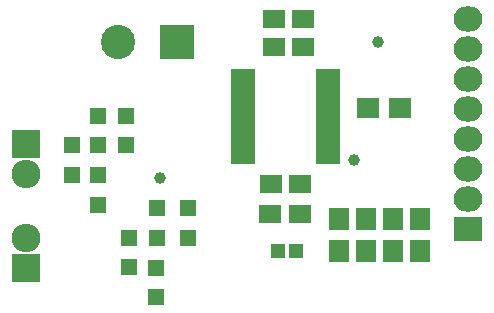
<source format=gbr>
G04 #@! TF.FileFunction,Soldermask,Top*
%FSLAX46Y46*%
G04 Gerber Fmt 4.6, Leading zero omitted, Abs format (unit mm)*
G04 Created by KiCad (PCBNEW 4.0.6+dfsg1-1) date Tue Feb 13 22:00:55 2018*
%MOMM*%
%LPD*%
G01*
G04 APERTURE LIST*
%ADD10C,0.100000*%
%ADD11R,1.900000X1.650000*%
%ADD12R,2.432000X2.127200*%
%ADD13O,2.432000X2.127200*%
%ADD14R,2.900000X2.900000*%
%ADD15C,2.900000*%
%ADD16R,1.200000X1.150000*%
%ADD17R,2.432000X2.432000*%
%ADD18O,2.432000X2.432000*%
%ADD19R,1.700000X1.900000*%
%ADD20R,1.900000X1.700000*%
%ADD21R,2.150000X0.850000*%
%ADD22R,1.400000X1.400000*%
%ADD23C,1.000000*%
G04 APERTURE END LIST*
D10*
D11*
X149000000Y-88050000D03*
X146500000Y-88050000D03*
X148750000Y-99650000D03*
X146250000Y-99650000D03*
D12*
X162950000Y-103450000D03*
D13*
X162950000Y-100910000D03*
X162950000Y-98370000D03*
X162950000Y-95830000D03*
X162950000Y-93290000D03*
X162950000Y-90750000D03*
X162950000Y-88210000D03*
X162950000Y-85670000D03*
D14*
X138300000Y-87550000D03*
D15*
X133300000Y-87550000D03*
D16*
X146875000Y-105300000D03*
X148375000Y-105300000D03*
D17*
X125525000Y-96200000D03*
D18*
X125525000Y-98740000D03*
D17*
X125525000Y-106750000D03*
D18*
X125525000Y-104210000D03*
D19*
X152050000Y-105300000D03*
X152050000Y-102600000D03*
X154300000Y-105300000D03*
X154300000Y-102600000D03*
X156550000Y-105300000D03*
X156550000Y-102600000D03*
X158900000Y-105275000D03*
X158900000Y-102575000D03*
D20*
X154500000Y-93200000D03*
X157200000Y-93200000D03*
D21*
X143900000Y-90325000D03*
X143900000Y-90975000D03*
X143900000Y-91625000D03*
X143900000Y-92275000D03*
X143900000Y-92925000D03*
X143900000Y-93575000D03*
X143900000Y-94225000D03*
X143900000Y-94875000D03*
X143900000Y-95525000D03*
X143900000Y-96175000D03*
X143900000Y-96825000D03*
X143900000Y-97475000D03*
X151100000Y-97475000D03*
X151100000Y-96825000D03*
X151100000Y-96175000D03*
X151100000Y-95525000D03*
X151100000Y-94875000D03*
X151100000Y-94225000D03*
X151100000Y-93575000D03*
X151100000Y-92925000D03*
X151100000Y-92275000D03*
X151100000Y-91625000D03*
X151100000Y-90975000D03*
X151100000Y-90325000D03*
D11*
X148700000Y-102175000D03*
X146200000Y-102175000D03*
D22*
X131600000Y-93825000D03*
X131600000Y-96325000D03*
X129375000Y-96350000D03*
X129375000Y-98850000D03*
X133975000Y-93825000D03*
X133975000Y-96325000D03*
X131600000Y-98875000D03*
X131600000Y-101375000D03*
X139225000Y-101675000D03*
X139225000Y-104175000D03*
X136550000Y-106700000D03*
X136550000Y-109200000D03*
X136575000Y-101675000D03*
X136575000Y-104175000D03*
X134275000Y-104175000D03*
X134275000Y-106675000D03*
D11*
X149000000Y-85675000D03*
X146500000Y-85675000D03*
D23*
X136875000Y-99075000D03*
X155300000Y-87625000D03*
X153250000Y-97575000D03*
M02*

</source>
